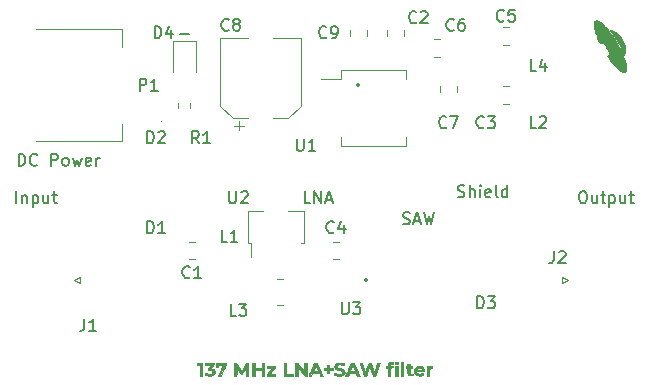
<source format=gto>
%TF.GenerationSoftware,KiCad,Pcbnew,(5.1.7)-1*%
%TF.CreationDate,2021-09-09T12:13:45+02:00*%
%TF.ProjectId,SAW LNA Combo NOAA,53415720-4c4e-4412-9043-6f6d626f204e,rev?*%
%TF.SameCoordinates,Original*%
%TF.FileFunction,Legend,Top*%
%TF.FilePolarity,Positive*%
%FSLAX46Y46*%
G04 Gerber Fmt 4.6, Leading zero omitted, Abs format (unit mm)*
G04 Created by KiCad (PCBNEW (5.1.7)-1) date 2021-09-09 12:13:45*
%MOMM*%
%LPD*%
G01*
G04 APERTURE LIST*
%ADD10C,0.150000*%
%ADD11C,0.300000*%
%ADD12C,0.010000*%
%ADD13C,0.120000*%
%ADD14C,0.100000*%
G04 APERTURE END LIST*
D10*
X142613142Y-95702380D02*
X142136952Y-95702380D01*
X142136952Y-94702380D01*
X142946476Y-95702380D02*
X142946476Y-94702380D01*
X143517904Y-95702380D01*
X143517904Y-94702380D01*
X143946476Y-95416666D02*
X144422666Y-95416666D01*
X143851238Y-95702380D02*
X144184571Y-94702380D01*
X144517904Y-95702380D01*
X150479285Y-97432761D02*
X150622142Y-97480380D01*
X150860238Y-97480380D01*
X150955476Y-97432761D01*
X151003095Y-97385142D01*
X151050714Y-97289904D01*
X151050714Y-97194666D01*
X151003095Y-97099428D01*
X150955476Y-97051809D01*
X150860238Y-97004190D01*
X150669761Y-96956571D01*
X150574523Y-96908952D01*
X150526904Y-96861333D01*
X150479285Y-96766095D01*
X150479285Y-96670857D01*
X150526904Y-96575619D01*
X150574523Y-96528000D01*
X150669761Y-96480380D01*
X150907857Y-96480380D01*
X151050714Y-96528000D01*
X151431666Y-97194666D02*
X151907857Y-97194666D01*
X151336428Y-97480380D02*
X151669761Y-96480380D01*
X152003095Y-97480380D01*
X152241190Y-96480380D02*
X152479285Y-97480380D01*
X152669761Y-96766095D01*
X152860238Y-97480380D01*
X153098333Y-96480380D01*
X117927857Y-92527380D02*
X117927857Y-91527380D01*
X118165952Y-91527380D01*
X118308809Y-91575000D01*
X118404047Y-91670238D01*
X118451666Y-91765476D01*
X118499285Y-91955952D01*
X118499285Y-92098809D01*
X118451666Y-92289285D01*
X118404047Y-92384523D01*
X118308809Y-92479761D01*
X118165952Y-92527380D01*
X117927857Y-92527380D01*
X119499285Y-92432142D02*
X119451666Y-92479761D01*
X119308809Y-92527380D01*
X119213571Y-92527380D01*
X119070714Y-92479761D01*
X118975476Y-92384523D01*
X118927857Y-92289285D01*
X118880238Y-92098809D01*
X118880238Y-91955952D01*
X118927857Y-91765476D01*
X118975476Y-91670238D01*
X119070714Y-91575000D01*
X119213571Y-91527380D01*
X119308809Y-91527380D01*
X119451666Y-91575000D01*
X119499285Y-91622619D01*
X120689761Y-92527380D02*
X120689761Y-91527380D01*
X121070714Y-91527380D01*
X121165952Y-91575000D01*
X121213571Y-91622619D01*
X121261190Y-91717857D01*
X121261190Y-91860714D01*
X121213571Y-91955952D01*
X121165952Y-92003571D01*
X121070714Y-92051190D01*
X120689761Y-92051190D01*
X121832619Y-92527380D02*
X121737380Y-92479761D01*
X121689761Y-92432142D01*
X121642142Y-92336904D01*
X121642142Y-92051190D01*
X121689761Y-91955952D01*
X121737380Y-91908333D01*
X121832619Y-91860714D01*
X121975476Y-91860714D01*
X122070714Y-91908333D01*
X122118333Y-91955952D01*
X122165952Y-92051190D01*
X122165952Y-92336904D01*
X122118333Y-92432142D01*
X122070714Y-92479761D01*
X121975476Y-92527380D01*
X121832619Y-92527380D01*
X122499285Y-91860714D02*
X122689761Y-92527380D01*
X122880238Y-92051190D01*
X123070714Y-92527380D01*
X123261190Y-91860714D01*
X124023095Y-92479761D02*
X123927857Y-92527380D01*
X123737380Y-92527380D01*
X123642142Y-92479761D01*
X123594523Y-92384523D01*
X123594523Y-92003571D01*
X123642142Y-91908333D01*
X123737380Y-91860714D01*
X123927857Y-91860714D01*
X124023095Y-91908333D01*
X124070714Y-92003571D01*
X124070714Y-92098809D01*
X123594523Y-92194047D01*
X124499285Y-92527380D02*
X124499285Y-91860714D01*
X124499285Y-92051190D02*
X124546904Y-91955952D01*
X124594523Y-91908333D01*
X124689761Y-91860714D01*
X124785000Y-91860714D01*
X165616190Y-94702380D02*
X165806666Y-94702380D01*
X165901904Y-94750000D01*
X165997142Y-94845238D01*
X166044761Y-95035714D01*
X166044761Y-95369047D01*
X165997142Y-95559523D01*
X165901904Y-95654761D01*
X165806666Y-95702380D01*
X165616190Y-95702380D01*
X165520952Y-95654761D01*
X165425714Y-95559523D01*
X165378095Y-95369047D01*
X165378095Y-95035714D01*
X165425714Y-94845238D01*
X165520952Y-94750000D01*
X165616190Y-94702380D01*
X166901904Y-95035714D02*
X166901904Y-95702380D01*
X166473333Y-95035714D02*
X166473333Y-95559523D01*
X166520952Y-95654761D01*
X166616190Y-95702380D01*
X166759047Y-95702380D01*
X166854285Y-95654761D01*
X166901904Y-95607142D01*
X167235238Y-95035714D02*
X167616190Y-95035714D01*
X167378095Y-94702380D02*
X167378095Y-95559523D01*
X167425714Y-95654761D01*
X167520952Y-95702380D01*
X167616190Y-95702380D01*
X167949523Y-95035714D02*
X167949523Y-96035714D01*
X167949523Y-95083333D02*
X168044761Y-95035714D01*
X168235238Y-95035714D01*
X168330476Y-95083333D01*
X168378095Y-95130952D01*
X168425714Y-95226190D01*
X168425714Y-95511904D01*
X168378095Y-95607142D01*
X168330476Y-95654761D01*
X168235238Y-95702380D01*
X168044761Y-95702380D01*
X167949523Y-95654761D01*
X169282857Y-95035714D02*
X169282857Y-95702380D01*
X168854285Y-95035714D02*
X168854285Y-95559523D01*
X168901904Y-95654761D01*
X168997142Y-95702380D01*
X169140000Y-95702380D01*
X169235238Y-95654761D01*
X169282857Y-95607142D01*
X169616190Y-95035714D02*
X169997142Y-95035714D01*
X169759047Y-94702380D02*
X169759047Y-95559523D01*
X169806666Y-95654761D01*
X169901904Y-95702380D01*
X169997142Y-95702380D01*
X117737142Y-95702380D02*
X117737142Y-94702380D01*
X118213333Y-95035714D02*
X118213333Y-95702380D01*
X118213333Y-95130952D02*
X118260952Y-95083333D01*
X118356190Y-95035714D01*
X118499047Y-95035714D01*
X118594285Y-95083333D01*
X118641904Y-95178571D01*
X118641904Y-95702380D01*
X119118095Y-95035714D02*
X119118095Y-96035714D01*
X119118095Y-95083333D02*
X119213333Y-95035714D01*
X119403809Y-95035714D01*
X119499047Y-95083333D01*
X119546666Y-95130952D01*
X119594285Y-95226190D01*
X119594285Y-95511904D01*
X119546666Y-95607142D01*
X119499047Y-95654761D01*
X119403809Y-95702380D01*
X119213333Y-95702380D01*
X119118095Y-95654761D01*
X120451428Y-95035714D02*
X120451428Y-95702380D01*
X120022857Y-95035714D02*
X120022857Y-95559523D01*
X120070476Y-95654761D01*
X120165714Y-95702380D01*
X120308571Y-95702380D01*
X120403809Y-95654761D01*
X120451428Y-95607142D01*
X120784761Y-95035714D02*
X121165714Y-95035714D01*
X120927619Y-94702380D02*
X120927619Y-95559523D01*
X120975238Y-95654761D01*
X121070476Y-95702380D01*
X121165714Y-95702380D01*
X131572047Y-81351428D02*
X132333952Y-81351428D01*
D11*
X146685000Y-85725000D02*
X146665000Y-85725000D01*
X147320000Y-102235000D02*
X147300000Y-102235000D01*
D12*
%TO.C,G\u002A\u002A\u002A*%
G36*
X149987676Y-109151863D02*
G01*
X150009970Y-109168595D01*
X150041950Y-109221025D01*
X150038574Y-109271964D01*
X150007680Y-109314131D01*
X149957107Y-109340243D01*
X149894694Y-109343017D01*
X149842558Y-109324138D01*
X149811675Y-109285487D01*
X149804913Y-109231079D01*
X149821811Y-109180122D01*
X149846575Y-109157245D01*
X149921346Y-109136496D01*
X149987676Y-109151863D01*
G37*
X149987676Y-109151863D02*
X150009970Y-109168595D01*
X150041950Y-109221025D01*
X150038574Y-109271964D01*
X150007680Y-109314131D01*
X149957107Y-109340243D01*
X149894694Y-109343017D01*
X149842558Y-109324138D01*
X149811675Y-109285487D01*
X149804913Y-109231079D01*
X149821811Y-109180122D01*
X149846575Y-109157245D01*
X149921346Y-109136496D01*
X149987676Y-109151863D01*
G36*
X144222944Y-109685667D02*
G01*
X144506378Y-109685667D01*
X144506378Y-109833834D01*
X144222944Y-109833834D01*
X144222944Y-110087834D01*
X144048524Y-110087834D01*
X144048524Y-109833834D01*
X143765090Y-109833834D01*
X143765090Y-109685667D01*
X144048524Y-109685667D01*
X144048524Y-109410500D01*
X144222944Y-109410500D01*
X144222944Y-109685667D01*
G37*
X144222944Y-109685667D02*
X144506378Y-109685667D01*
X144506378Y-109833834D01*
X144222944Y-109833834D01*
X144222944Y-110087834D01*
X144048524Y-110087834D01*
X144048524Y-109833834D01*
X143765090Y-109833834D01*
X143765090Y-109685667D01*
X144048524Y-109685667D01*
X144048524Y-109410500D01*
X144222944Y-109410500D01*
X144222944Y-109685667D01*
G36*
X152965777Y-109543696D02*
G01*
X152961143Y-109595456D01*
X152939076Y-109620837D01*
X152895238Y-109633844D01*
X152817172Y-109656355D01*
X152760307Y-109689772D01*
X152721517Y-109740309D01*
X152697677Y-109814179D01*
X152685661Y-109917598D01*
X152682343Y-110056778D01*
X152682343Y-110299500D01*
X152486120Y-110299500D01*
X152486120Y-109474000D01*
X152584232Y-109474000D01*
X152645481Y-109476734D01*
X152674453Y-109488179D01*
X152682292Y-109513201D01*
X152682343Y-109516821D01*
X152685935Y-109545484D01*
X152704704Y-109544314D01*
X152731399Y-109528475D01*
X152784676Y-109505084D01*
X152855412Y-109486086D01*
X152873116Y-109482948D01*
X152965777Y-109468590D01*
X152965777Y-109543696D01*
G37*
X152965777Y-109543696D02*
X152961143Y-109595456D01*
X152939076Y-109620837D01*
X152895238Y-109633844D01*
X152817172Y-109656355D01*
X152760307Y-109689772D01*
X152721517Y-109740309D01*
X152697677Y-109814179D01*
X152685661Y-109917598D01*
X152682343Y-110056778D01*
X152682343Y-110299500D01*
X152486120Y-110299500D01*
X152486120Y-109474000D01*
X152584232Y-109474000D01*
X152645481Y-109476734D01*
X152674453Y-109488179D01*
X152682292Y-109513201D01*
X152682343Y-109516821D01*
X152685935Y-109545484D01*
X152704704Y-109544314D01*
X152731399Y-109528475D01*
X152784676Y-109505084D01*
X152855412Y-109486086D01*
X152873116Y-109482948D01*
X152965777Y-109468590D01*
X152965777Y-109543696D01*
G36*
X151878866Y-109479920D02*
G01*
X152017300Y-109509201D01*
X152126377Y-109569423D01*
X152204900Y-109659481D01*
X152251674Y-109778274D01*
X152261079Y-109832374D01*
X152274168Y-109939667D01*
X151933191Y-109939667D01*
X151816828Y-109940772D01*
X151717534Y-109943822D01*
X151642689Y-109948421D01*
X151599675Y-109954172D01*
X151592214Y-109957979D01*
X151608096Y-109994480D01*
X151647716Y-110042475D01*
X151699036Y-110089252D01*
X151745675Y-110120006D01*
X151842780Y-110148628D01*
X151945131Y-110137636D01*
X152017365Y-110109000D01*
X152089539Y-110077278D01*
X152135807Y-110070208D01*
X152166250Y-110088543D01*
X152185772Y-110121547D01*
X152199617Y-110164200D01*
X152184720Y-110194084D01*
X152159311Y-110214665D01*
X152049484Y-110269887D01*
X151917683Y-110294717D01*
X151773322Y-110288149D01*
X151676231Y-110266274D01*
X151567759Y-110213205D01*
X151482925Y-110130585D01*
X151425599Y-110026594D01*
X151399647Y-109909412D01*
X151408774Y-109789384D01*
X151592214Y-109789384D01*
X151613909Y-109801283D01*
X151678992Y-109808970D01*
X151787464Y-109812445D01*
X151832043Y-109812667D01*
X151944647Y-109811280D01*
X152018733Y-109806752D01*
X152059310Y-109798529D01*
X152071386Y-109786209D01*
X152054261Y-109743485D01*
X152012947Y-109694009D01*
X151960651Y-109652799D01*
X151947940Y-109645811D01*
X151852462Y-109620154D01*
X151757845Y-109634978D01*
X151671808Y-109688958D01*
X151666343Y-109694134D01*
X151622673Y-109741029D01*
X151596039Y-109778305D01*
X151592214Y-109789384D01*
X151408774Y-109789384D01*
X151408939Y-109787220D01*
X151424903Y-109734724D01*
X151487418Y-109627862D01*
X151580420Y-109546943D01*
X151697285Y-109495687D01*
X151831390Y-109477810D01*
X151878866Y-109479920D01*
G37*
X151878866Y-109479920D02*
X152017300Y-109509201D01*
X152126377Y-109569423D01*
X152204900Y-109659481D01*
X152251674Y-109778274D01*
X152261079Y-109832374D01*
X152274168Y-109939667D01*
X151933191Y-109939667D01*
X151816828Y-109940772D01*
X151717534Y-109943822D01*
X151642689Y-109948421D01*
X151599675Y-109954172D01*
X151592214Y-109957979D01*
X151608096Y-109994480D01*
X151647716Y-110042475D01*
X151699036Y-110089252D01*
X151745675Y-110120006D01*
X151842780Y-110148628D01*
X151945131Y-110137636D01*
X152017365Y-110109000D01*
X152089539Y-110077278D01*
X152135807Y-110070208D01*
X152166250Y-110088543D01*
X152185772Y-110121547D01*
X152199617Y-110164200D01*
X152184720Y-110194084D01*
X152159311Y-110214665D01*
X152049484Y-110269887D01*
X151917683Y-110294717D01*
X151773322Y-110288149D01*
X151676231Y-110266274D01*
X151567759Y-110213205D01*
X151482925Y-110130585D01*
X151425599Y-110026594D01*
X151399647Y-109909412D01*
X151408774Y-109789384D01*
X151592214Y-109789384D01*
X151613909Y-109801283D01*
X151678992Y-109808970D01*
X151787464Y-109812445D01*
X151832043Y-109812667D01*
X151944647Y-109811280D01*
X152018733Y-109806752D01*
X152059310Y-109798529D01*
X152071386Y-109786209D01*
X152054261Y-109743485D01*
X152012947Y-109694009D01*
X151960651Y-109652799D01*
X151947940Y-109645811D01*
X151852462Y-109620154D01*
X151757845Y-109634978D01*
X151671808Y-109688958D01*
X151666343Y-109694134D01*
X151622673Y-109741029D01*
X151596039Y-109778305D01*
X151592214Y-109789384D01*
X151408774Y-109789384D01*
X151408939Y-109787220D01*
X151424903Y-109734724D01*
X151487418Y-109627862D01*
X151580420Y-109546943D01*
X151697285Y-109495687D01*
X151831390Y-109477810D01*
X151878866Y-109479920D01*
G36*
X151025348Y-109474000D02*
G01*
X151265176Y-109474000D01*
X151265176Y-109622167D01*
X151025348Y-109622167D01*
X151025348Y-109853488D01*
X151027431Y-109974251D01*
X151035812Y-110058390D01*
X151053688Y-110111508D01*
X151084252Y-110139208D01*
X151130703Y-110147092D01*
X151189773Y-110141725D01*
X151248135Y-110135467D01*
X151277659Y-110143032D01*
X151292300Y-110170108D01*
X151296486Y-110185227D01*
X151300831Y-110233556D01*
X151291291Y-110261447D01*
X151250023Y-110279334D01*
X151181215Y-110289313D01*
X151100233Y-110291033D01*
X151022443Y-110284143D01*
X150964574Y-110268905D01*
X150911452Y-110236189D01*
X150873408Y-110187841D01*
X150848392Y-110117611D01*
X150834357Y-110019251D01*
X150829253Y-109886511D01*
X150829124Y-109855680D01*
X150829124Y-109622167D01*
X150763717Y-109622167D01*
X150719772Y-109618037D01*
X150701747Y-109597089D01*
X150698309Y-109548084D01*
X150701955Y-109498310D01*
X150720450Y-109477895D01*
X150763717Y-109474000D01*
X150805657Y-109470657D01*
X150824301Y-109452539D01*
X150829021Y-109407514D01*
X150829124Y-109389334D01*
X150829124Y-109304667D01*
X151025348Y-109304667D01*
X151025348Y-109474000D01*
G37*
X151025348Y-109474000D02*
X151265176Y-109474000D01*
X151265176Y-109622167D01*
X151025348Y-109622167D01*
X151025348Y-109853488D01*
X151027431Y-109974251D01*
X151035812Y-110058390D01*
X151053688Y-110111508D01*
X151084252Y-110139208D01*
X151130703Y-110147092D01*
X151189773Y-110141725D01*
X151248135Y-110135467D01*
X151277659Y-110143032D01*
X151292300Y-110170108D01*
X151296486Y-110185227D01*
X151300831Y-110233556D01*
X151291291Y-110261447D01*
X151250023Y-110279334D01*
X151181215Y-110289313D01*
X151100233Y-110291033D01*
X151022443Y-110284143D01*
X150964574Y-110268905D01*
X150911452Y-110236189D01*
X150873408Y-110187841D01*
X150848392Y-110117611D01*
X150834357Y-110019251D01*
X150829253Y-109886511D01*
X150829124Y-109855680D01*
X150829124Y-109622167D01*
X150763717Y-109622167D01*
X150719772Y-109618037D01*
X150701747Y-109597089D01*
X150698309Y-109548084D01*
X150701955Y-109498310D01*
X150720450Y-109477895D01*
X150763717Y-109474000D01*
X150805657Y-109470657D01*
X150824301Y-109452539D01*
X150829021Y-109407514D01*
X150829124Y-109389334D01*
X150829124Y-109304667D01*
X151025348Y-109304667D01*
X151025348Y-109474000D01*
G36*
X150502086Y-110299500D02*
G01*
X150305863Y-110299500D01*
X150305863Y-109156500D01*
X150502086Y-109156500D01*
X150502086Y-110299500D01*
G37*
X150502086Y-110299500D02*
X150305863Y-110299500D01*
X150305863Y-109156500D01*
X150502086Y-109156500D01*
X150502086Y-110299500D01*
G36*
X150022429Y-110299500D02*
G01*
X149826206Y-110299500D01*
X149826206Y-109474000D01*
X150022429Y-109474000D01*
X150022429Y-110299500D01*
G37*
X150022429Y-110299500D02*
X149826206Y-110299500D01*
X149826206Y-109474000D01*
X150022429Y-109474000D01*
X150022429Y-110299500D01*
G36*
X149505279Y-109161853D02*
G01*
X149589869Y-109175149D01*
X149635545Y-109197821D01*
X149646603Y-109233565D01*
X149634078Y-109272643D01*
X149613044Y-109306636D01*
X149583331Y-109318518D01*
X149528915Y-109314009D01*
X149521414Y-109312864D01*
X149439812Y-109311422D01*
X149389710Y-109338396D01*
X149369122Y-109395086D01*
X149368352Y-109413092D01*
X149370541Y-109447771D01*
X149384220Y-109465910D01*
X149420055Y-109472868D01*
X149488714Y-109474000D01*
X149610943Y-109474000D01*
X149604111Y-109542792D01*
X149597735Y-109582951D01*
X149581180Y-109604167D01*
X149542802Y-109613658D01*
X149482815Y-109617981D01*
X149368352Y-109624379D01*
X149368352Y-110299500D01*
X149172129Y-110299500D01*
X149172129Y-109622167D01*
X149106721Y-109622167D01*
X149062776Y-109618037D01*
X149044752Y-109597089D01*
X149041313Y-109548084D01*
X149044959Y-109498310D01*
X149063454Y-109477895D01*
X149106721Y-109474000D01*
X149153426Y-109468344D01*
X149170528Y-109444122D01*
X149172129Y-109420404D01*
X149190600Y-109317007D01*
X149243198Y-109237036D01*
X149325703Y-109183766D01*
X149433893Y-109160475D01*
X149505279Y-109161853D01*
G37*
X149505279Y-109161853D02*
X149589869Y-109175149D01*
X149635545Y-109197821D01*
X149646603Y-109233565D01*
X149634078Y-109272643D01*
X149613044Y-109306636D01*
X149583331Y-109318518D01*
X149528915Y-109314009D01*
X149521414Y-109312864D01*
X149439812Y-109311422D01*
X149389710Y-109338396D01*
X149369122Y-109395086D01*
X149368352Y-109413092D01*
X149370541Y-109447771D01*
X149384220Y-109465910D01*
X149420055Y-109472868D01*
X149488714Y-109474000D01*
X149610943Y-109474000D01*
X149604111Y-109542792D01*
X149597735Y-109582951D01*
X149581180Y-109604167D01*
X149542802Y-109613658D01*
X149482815Y-109617981D01*
X149368352Y-109624379D01*
X149368352Y-110299500D01*
X149172129Y-110299500D01*
X149172129Y-109622167D01*
X149106721Y-109622167D01*
X149062776Y-109618037D01*
X149044752Y-109597089D01*
X149041313Y-109548084D01*
X149044959Y-109498310D01*
X149063454Y-109477895D01*
X149106721Y-109474000D01*
X149153426Y-109468344D01*
X149170528Y-109444122D01*
X149172129Y-109420404D01*
X149190600Y-109317007D01*
X149243198Y-109237036D01*
X149325703Y-109183766D01*
X149433893Y-109160475D01*
X149505279Y-109161853D01*
G36*
X147123142Y-109612910D02*
G01*
X147165001Y-109732895D01*
X147202622Y-109837074D01*
X147233771Y-109919553D01*
X147256213Y-109974440D01*
X147267714Y-109995842D01*
X147268352Y-109995806D01*
X147278469Y-109973587D01*
X147300450Y-109917750D01*
X147331881Y-109834678D01*
X147370348Y-109730752D01*
X147413438Y-109612354D01*
X147414942Y-109608187D01*
X147551218Y-109230584D01*
X147740459Y-109230584D01*
X147873368Y-109604812D01*
X147915868Y-109723313D01*
X147954077Y-109827659D01*
X147985561Y-109911376D01*
X148007884Y-109967987D01*
X148018610Y-109991015D01*
X148018623Y-109991028D01*
X148029048Y-109975751D01*
X148050868Y-109926132D01*
X148081781Y-109848021D01*
X148119484Y-109747267D01*
X148161674Y-109629717D01*
X148168068Y-109611507D01*
X148305168Y-109220000D01*
X148400708Y-109220000D01*
X148458350Y-109221180D01*
X148492361Y-109224157D01*
X148496249Y-109225788D01*
X148489609Y-109247006D01*
X148471196Y-109301786D01*
X148443273Y-109383609D01*
X148408099Y-109485956D01*
X148367938Y-109602308D01*
X148325050Y-109726146D01*
X148281696Y-109850951D01*
X148240138Y-109970205D01*
X148202638Y-110077388D01*
X148171457Y-110165981D01*
X148148856Y-110229465D01*
X148137097Y-110261322D01*
X148136629Y-110262459D01*
X148113092Y-110287088D01*
X148063101Y-110298074D01*
X148019710Y-110299498D01*
X147918481Y-110299496D01*
X147790291Y-109928636D01*
X147748870Y-109810694D01*
X147711276Y-109707186D01*
X147679966Y-109624600D01*
X147657397Y-109569423D01*
X147646156Y-109548208D01*
X147633801Y-109563483D01*
X147611048Y-109612022D01*
X147580864Y-109686793D01*
X147546212Y-109780761D01*
X147536671Y-109807946D01*
X147497596Y-109919717D01*
X147459323Y-110027930D01*
X147426113Y-110120612D01*
X147402229Y-110185788D01*
X147401256Y-110188375D01*
X147359382Y-110299500D01*
X147155390Y-110299142D01*
X146974325Y-109775446D01*
X146925744Y-109634223D01*
X146882179Y-109506214D01*
X146845453Y-109396885D01*
X146817387Y-109311704D01*
X146799805Y-109256136D01*
X146794454Y-109235875D01*
X146814698Y-109226320D01*
X146864411Y-109220663D01*
X146891948Y-109220000D01*
X146988248Y-109220000D01*
X147123142Y-109612910D01*
G37*
X147123142Y-109612910D02*
X147165001Y-109732895D01*
X147202622Y-109837074D01*
X147233771Y-109919553D01*
X147256213Y-109974440D01*
X147267714Y-109995842D01*
X147268352Y-109995806D01*
X147278469Y-109973587D01*
X147300450Y-109917750D01*
X147331881Y-109834678D01*
X147370348Y-109730752D01*
X147413438Y-109612354D01*
X147414942Y-109608187D01*
X147551218Y-109230584D01*
X147740459Y-109230584D01*
X147873368Y-109604812D01*
X147915868Y-109723313D01*
X147954077Y-109827659D01*
X147985561Y-109911376D01*
X148007884Y-109967987D01*
X148018610Y-109991015D01*
X148018623Y-109991028D01*
X148029048Y-109975751D01*
X148050868Y-109926132D01*
X148081781Y-109848021D01*
X148119484Y-109747267D01*
X148161674Y-109629717D01*
X148168068Y-109611507D01*
X148305168Y-109220000D01*
X148400708Y-109220000D01*
X148458350Y-109221180D01*
X148492361Y-109224157D01*
X148496249Y-109225788D01*
X148489609Y-109247006D01*
X148471196Y-109301786D01*
X148443273Y-109383609D01*
X148408099Y-109485956D01*
X148367938Y-109602308D01*
X148325050Y-109726146D01*
X148281696Y-109850951D01*
X148240138Y-109970205D01*
X148202638Y-110077388D01*
X148171457Y-110165981D01*
X148148856Y-110229465D01*
X148137097Y-110261322D01*
X148136629Y-110262459D01*
X148113092Y-110287088D01*
X148063101Y-110298074D01*
X148019710Y-110299498D01*
X147918481Y-110299496D01*
X147790291Y-109928636D01*
X147748870Y-109810694D01*
X147711276Y-109707186D01*
X147679966Y-109624600D01*
X147657397Y-109569423D01*
X147646156Y-109548208D01*
X147633801Y-109563483D01*
X147611048Y-109612022D01*
X147580864Y-109686793D01*
X147546212Y-109780761D01*
X147536671Y-109807946D01*
X147497596Y-109919717D01*
X147459323Y-110027930D01*
X147426113Y-110120612D01*
X147402229Y-110185788D01*
X147401256Y-110188375D01*
X147359382Y-110299500D01*
X147155390Y-110299142D01*
X146974325Y-109775446D01*
X146925744Y-109634223D01*
X146882179Y-109506214D01*
X146845453Y-109396885D01*
X146817387Y-109311704D01*
X146799805Y-109256136D01*
X146794454Y-109235875D01*
X146814698Y-109226320D01*
X146864411Y-109220663D01*
X146891948Y-109220000D01*
X146988248Y-109220000D01*
X147123142Y-109612910D01*
G36*
X146511882Y-109689924D02*
G01*
X146575816Y-109824851D01*
X146635163Y-109950493D01*
X146686988Y-110060600D01*
X146728353Y-110148925D01*
X146756321Y-110209217D01*
X146766054Y-110230709D01*
X146796233Y-110299500D01*
X146583577Y-110299500D01*
X146524871Y-110172500D01*
X146466164Y-110045500D01*
X146189404Y-110045591D01*
X145912644Y-110045683D01*
X145858137Y-110172500D01*
X145803631Y-110299318D01*
X145700069Y-110299409D01*
X145639670Y-110298024D01*
X145602350Y-110294397D01*
X145596506Y-110291886D01*
X145605167Y-110271395D01*
X145629601Y-110217411D01*
X145667491Y-110134961D01*
X145716516Y-110029069D01*
X145774358Y-109904761D01*
X145790190Y-109870875D01*
X145995766Y-109870875D01*
X146000991Y-109883733D01*
X146033731Y-109891932D01*
X146099495Y-109896214D01*
X146192225Y-109897334D01*
X146400162Y-109897334D01*
X146299426Y-109674873D01*
X146258658Y-109588847D01*
X146223075Y-109521158D01*
X146196619Y-109478823D01*
X146183510Y-109468498D01*
X146168996Y-109493730D01*
X146141201Y-109550081D01*
X146103802Y-109629670D01*
X146060477Y-109724616D01*
X146014904Y-109827038D01*
X145995766Y-109870875D01*
X145790190Y-109870875D01*
X145838696Y-109767060D01*
X145843205Y-109757428D01*
X146089904Y-109230584D01*
X146188897Y-109224257D01*
X146287889Y-109217930D01*
X146511882Y-109689924D01*
G37*
X146511882Y-109689924D02*
X146575816Y-109824851D01*
X146635163Y-109950493D01*
X146686988Y-110060600D01*
X146728353Y-110148925D01*
X146756321Y-110209217D01*
X146766054Y-110230709D01*
X146796233Y-110299500D01*
X146583577Y-110299500D01*
X146524871Y-110172500D01*
X146466164Y-110045500D01*
X146189404Y-110045591D01*
X145912644Y-110045683D01*
X145858137Y-110172500D01*
X145803631Y-110299318D01*
X145700069Y-110299409D01*
X145639670Y-110298024D01*
X145602350Y-110294397D01*
X145596506Y-110291886D01*
X145605167Y-110271395D01*
X145629601Y-110217411D01*
X145667491Y-110134961D01*
X145716516Y-110029069D01*
X145774358Y-109904761D01*
X145790190Y-109870875D01*
X145995766Y-109870875D01*
X146000991Y-109883733D01*
X146033731Y-109891932D01*
X146099495Y-109896214D01*
X146192225Y-109897334D01*
X146400162Y-109897334D01*
X146299426Y-109674873D01*
X146258658Y-109588847D01*
X146223075Y-109521158D01*
X146196619Y-109478823D01*
X146183510Y-109468498D01*
X146168996Y-109493730D01*
X146141201Y-109550081D01*
X146103802Y-109629670D01*
X146060477Y-109724616D01*
X146014904Y-109827038D01*
X145995766Y-109870875D01*
X145790190Y-109870875D01*
X145838696Y-109767060D01*
X145843205Y-109757428D01*
X146089904Y-109230584D01*
X146188897Y-109224257D01*
X146287889Y-109217930D01*
X146511882Y-109689924D01*
G36*
X143168434Y-109234872D02*
G01*
X143191634Y-109265921D01*
X143197327Y-109277206D01*
X143217419Y-109319171D01*
X143250904Y-109389871D01*
X143293146Y-109479495D01*
X143339513Y-109578230D01*
X143340264Y-109579834D01*
X143392317Y-109690634D01*
X143445839Y-109804137D01*
X143493969Y-109905812D01*
X143525196Y-109971417D01*
X143566312Y-110058231D01*
X143606135Y-110143669D01*
X143636075Y-110209300D01*
X143636183Y-110209542D01*
X143676330Y-110299500D01*
X143465809Y-110299500D01*
X143407102Y-110172500D01*
X143348396Y-110045500D01*
X143071636Y-110046200D01*
X142794875Y-110046900D01*
X142677381Y-110299500D01*
X142578059Y-110299500D01*
X142519105Y-110297918D01*
X142483511Y-110293911D01*
X142478738Y-110291451D01*
X142487437Y-110270859D01*
X142511980Y-110216811D01*
X142550037Y-110134334D01*
X142599279Y-110028452D01*
X142657375Y-109904192D01*
X142673020Y-109870875D01*
X142877998Y-109870875D01*
X142883223Y-109883733D01*
X142915962Y-109891932D01*
X142981727Y-109896214D01*
X143074456Y-109897334D01*
X143282393Y-109897334D01*
X143181658Y-109674873D01*
X143140890Y-109588847D01*
X143105307Y-109521158D01*
X143078851Y-109478823D01*
X143065742Y-109468498D01*
X143051228Y-109493730D01*
X143023432Y-109550081D01*
X142986034Y-109629670D01*
X142942709Y-109724616D01*
X142897136Y-109827038D01*
X142877998Y-109870875D01*
X142673020Y-109870875D01*
X142721996Y-109766578D01*
X142726508Y-109756993D01*
X142974277Y-109230584D01*
X143071379Y-109224289D01*
X143133601Y-109223201D01*
X143168434Y-109234872D01*
G37*
X143168434Y-109234872D02*
X143191634Y-109265921D01*
X143197327Y-109277206D01*
X143217419Y-109319171D01*
X143250904Y-109389871D01*
X143293146Y-109479495D01*
X143339513Y-109578230D01*
X143340264Y-109579834D01*
X143392317Y-109690634D01*
X143445839Y-109804137D01*
X143493969Y-109905812D01*
X143525196Y-109971417D01*
X143566312Y-110058231D01*
X143606135Y-110143669D01*
X143636075Y-110209300D01*
X143636183Y-110209542D01*
X143676330Y-110299500D01*
X143465809Y-110299500D01*
X143407102Y-110172500D01*
X143348396Y-110045500D01*
X143071636Y-110046200D01*
X142794875Y-110046900D01*
X142677381Y-110299500D01*
X142578059Y-110299500D01*
X142519105Y-110297918D01*
X142483511Y-110293911D01*
X142478738Y-110291451D01*
X142487437Y-110270859D01*
X142511980Y-110216811D01*
X142550037Y-110134334D01*
X142599279Y-110028452D01*
X142657375Y-109904192D01*
X142673020Y-109870875D01*
X142877998Y-109870875D01*
X142883223Y-109883733D01*
X142915962Y-109891932D01*
X142981727Y-109896214D01*
X143074456Y-109897334D01*
X143282393Y-109897334D01*
X143181658Y-109674873D01*
X143140890Y-109588847D01*
X143105307Y-109521158D01*
X143078851Y-109478823D01*
X143065742Y-109468498D01*
X143051228Y-109493730D01*
X143023432Y-109550081D01*
X142986034Y-109629670D01*
X142942709Y-109724616D01*
X142897136Y-109827038D01*
X142877998Y-109870875D01*
X142673020Y-109870875D01*
X142721996Y-109766578D01*
X142726508Y-109756993D01*
X142974277Y-109230584D01*
X143071379Y-109224289D01*
X143133601Y-109223201D01*
X143168434Y-109234872D01*
G36*
X141456496Y-109221025D02*
G01*
X141481828Y-109226800D01*
X141508788Y-109241376D01*
X141541680Y-109268802D01*
X141584807Y-109313129D01*
X141642473Y-109378407D01*
X141718980Y-109468687D01*
X141815486Y-109584241D01*
X142118996Y-109948481D01*
X142124961Y-109584241D01*
X142130927Y-109220000D01*
X142326120Y-109220000D01*
X142326120Y-110299500D01*
X142243429Y-110299500D01*
X142215628Y-110298413D01*
X142190323Y-110292456D01*
X142163216Y-110277583D01*
X142130004Y-110249749D01*
X142086389Y-110204909D01*
X142028070Y-110139019D01*
X141950746Y-110048032D01*
X141856433Y-109935459D01*
X141552129Y-109571417D01*
X141546163Y-109935459D01*
X141540198Y-110299500D01*
X141345004Y-110299500D01*
X141345004Y-109220000D01*
X141428490Y-109220000D01*
X141456496Y-109221025D01*
G37*
X141456496Y-109221025D02*
X141481828Y-109226800D01*
X141508788Y-109241376D01*
X141541680Y-109268802D01*
X141584807Y-109313129D01*
X141642473Y-109378407D01*
X141718980Y-109468687D01*
X141815486Y-109584241D01*
X142118996Y-109948481D01*
X142124961Y-109584241D01*
X142130927Y-109220000D01*
X142326120Y-109220000D01*
X142326120Y-110299500D01*
X142243429Y-110299500D01*
X142215628Y-110298413D01*
X142190323Y-110292456D01*
X142163216Y-110277583D01*
X142130004Y-110249749D01*
X142086389Y-110204909D01*
X142028070Y-110139019D01*
X141950746Y-110048032D01*
X141856433Y-109935459D01*
X141552129Y-109571417D01*
X141546163Y-109935459D01*
X141540198Y-110299500D01*
X141345004Y-110299500D01*
X141345004Y-109220000D01*
X141428490Y-109220000D01*
X141456496Y-109221025D01*
G36*
X140560111Y-110151334D02*
G01*
X141148781Y-110151334D01*
X141148781Y-110299500D01*
X140363888Y-110299500D01*
X140363888Y-109220000D01*
X140560111Y-109220000D01*
X140560111Y-110151334D01*
G37*
X140560111Y-110151334D02*
X141148781Y-110151334D01*
X141148781Y-110299500D01*
X140363888Y-110299500D01*
X140363888Y-109220000D01*
X140560111Y-109220000D01*
X140560111Y-110151334D01*
G36*
X139644403Y-109538762D02*
G01*
X139636128Y-109580507D01*
X139608523Y-109633210D01*
X139557425Y-109703603D01*
X139497079Y-109776887D01*
X139424737Y-109862295D01*
X139352469Y-109948087D01*
X139291212Y-110021261D01*
X139266693Y-110050792D01*
X139183630Y-110151334D01*
X139666206Y-110151334D01*
X139666206Y-110299500D01*
X138924918Y-110299500D01*
X138924918Y-110244479D01*
X138936757Y-110206818D01*
X138973359Y-110146182D01*
X139036356Y-110060227D01*
X139127378Y-109946609D01*
X139156788Y-109911104D01*
X139388657Y-109632750D01*
X138946721Y-109620686D01*
X138946721Y-109474000D01*
X139644403Y-109474000D01*
X139644403Y-109538762D01*
G37*
X139644403Y-109538762D02*
X139636128Y-109580507D01*
X139608523Y-109633210D01*
X139557425Y-109703603D01*
X139497079Y-109776887D01*
X139424737Y-109862295D01*
X139352469Y-109948087D01*
X139291212Y-110021261D01*
X139266693Y-110050792D01*
X139183630Y-110151334D01*
X139666206Y-110151334D01*
X139666206Y-110299500D01*
X138924918Y-110299500D01*
X138924918Y-110244479D01*
X138936757Y-110206818D01*
X138973359Y-110146182D01*
X139036356Y-110060227D01*
X139127378Y-109946609D01*
X139156788Y-109911104D01*
X139388657Y-109632750D01*
X138946721Y-109620686D01*
X138946721Y-109474000D01*
X139644403Y-109474000D01*
X139644403Y-109538762D01*
G36*
X137922000Y-109664500D02*
G01*
X138510669Y-109664500D01*
X138510669Y-109220000D01*
X138706893Y-109220000D01*
X138706893Y-110299500D01*
X138510669Y-110299500D01*
X138510669Y-109812667D01*
X137922000Y-109812667D01*
X137922000Y-110299500D01*
X137725777Y-110299500D01*
X137725777Y-109220000D01*
X137922000Y-109220000D01*
X137922000Y-109664500D01*
G37*
X137922000Y-109664500D02*
X138510669Y-109664500D01*
X138510669Y-109220000D01*
X138706893Y-109220000D01*
X138706893Y-110299500D01*
X138510669Y-110299500D01*
X138510669Y-109812667D01*
X137922000Y-109812667D01*
X137922000Y-110299500D01*
X137725777Y-110299500D01*
X137725777Y-109220000D01*
X137922000Y-109220000D01*
X137922000Y-109664500D01*
G36*
X136561191Y-109571770D02*
G01*
X136635086Y-109693147D01*
X136690560Y-109781942D01*
X136730851Y-109842317D01*
X136759194Y-109878432D01*
X136778827Y-109894449D01*
X136792986Y-109894528D01*
X136804055Y-109883978D01*
X136824645Y-109852979D01*
X136862663Y-109792282D01*
X136913801Y-109708894D01*
X136973755Y-109609819D01*
X137020259Y-109532208D01*
X137206563Y-109220000D01*
X137376936Y-109220000D01*
X137376936Y-110299500D01*
X137181793Y-110299500D01*
X137169811Y-109611584D01*
X137000265Y-109892042D01*
X136924420Y-110016335D01*
X136865289Y-110104361D01*
X136817149Y-110156151D01*
X136774278Y-110171737D01*
X136730955Y-110151153D01*
X136681457Y-110094431D01*
X136620063Y-110001602D01*
X136554389Y-109894561D01*
X136384918Y-109616622D01*
X136378928Y-109958061D01*
X136372937Y-110299500D01*
X136177794Y-110299500D01*
X136177794Y-109220000D01*
X136348228Y-109220000D01*
X136561191Y-109571770D01*
G37*
X136561191Y-109571770D02*
X136635086Y-109693147D01*
X136690560Y-109781942D01*
X136730851Y-109842317D01*
X136759194Y-109878432D01*
X136778827Y-109894449D01*
X136792986Y-109894528D01*
X136804055Y-109883978D01*
X136824645Y-109852979D01*
X136862663Y-109792282D01*
X136913801Y-109708894D01*
X136973755Y-109609819D01*
X137020259Y-109532208D01*
X137206563Y-109220000D01*
X137376936Y-109220000D01*
X137376936Y-110299500D01*
X137181793Y-110299500D01*
X137169811Y-109611584D01*
X137000265Y-109892042D01*
X136924420Y-110016335D01*
X136865289Y-110104361D01*
X136817149Y-110156151D01*
X136774278Y-110171737D01*
X136730955Y-110151153D01*
X136681457Y-110094431D01*
X136620063Y-110001602D01*
X136554389Y-109894561D01*
X136384918Y-109616622D01*
X136378928Y-109958061D01*
X136372937Y-110299500D01*
X136177794Y-110299500D01*
X136177794Y-109220000D01*
X136348228Y-109220000D01*
X136561191Y-109571770D01*
G36*
X135480318Y-109278209D02*
G01*
X135471675Y-109313180D01*
X135447272Y-109380603D01*
X135409579Y-109474469D01*
X135361063Y-109588773D01*
X135304196Y-109717508D01*
X135258452Y-109817959D01*
X135036379Y-110299500D01*
X134931207Y-110299500D01*
X134870268Y-110298023D01*
X134832306Y-110294258D01*
X134826034Y-110291565D01*
X134834723Y-110270894D01*
X134859083Y-110217286D01*
X134896553Y-110136264D01*
X134944574Y-110033347D01*
X135000585Y-109914055D01*
X135033159Y-109844969D01*
X135092544Y-109718395D01*
X135145281Y-109604453D01*
X135188790Y-109508841D01*
X135220495Y-109437257D01*
X135237816Y-109395397D01*
X135240283Y-109387237D01*
X135220023Y-109379232D01*
X135165394Y-109372882D01*
X135085624Y-109368993D01*
X135022257Y-109368167D01*
X134804232Y-109368167D01*
X134804232Y-109558667D01*
X134608008Y-109558667D01*
X134608008Y-109220000D01*
X135480111Y-109220000D01*
X135480318Y-109278209D01*
G37*
X135480318Y-109278209D02*
X135471675Y-109313180D01*
X135447272Y-109380603D01*
X135409579Y-109474469D01*
X135361063Y-109588773D01*
X135304196Y-109717508D01*
X135258452Y-109817959D01*
X135036379Y-110299500D01*
X134931207Y-110299500D01*
X134870268Y-110298023D01*
X134832306Y-110294258D01*
X134826034Y-110291565D01*
X134834723Y-110270894D01*
X134859083Y-110217286D01*
X134896553Y-110136264D01*
X134944574Y-110033347D01*
X135000585Y-109914055D01*
X135033159Y-109844969D01*
X135092544Y-109718395D01*
X135145281Y-109604453D01*
X135188790Y-109508841D01*
X135220495Y-109437257D01*
X135237816Y-109395397D01*
X135240283Y-109387237D01*
X135220023Y-109379232D01*
X135165394Y-109372882D01*
X135085624Y-109368993D01*
X135022257Y-109368167D01*
X134804232Y-109368167D01*
X134804232Y-109558667D01*
X134608008Y-109558667D01*
X134608008Y-109220000D01*
X135480111Y-109220000D01*
X135480318Y-109278209D01*
G36*
X133474275Y-110299500D02*
G01*
X133278051Y-110299500D01*
X133278051Y-109368167D01*
X133038223Y-109368167D01*
X133038223Y-109220000D01*
X133474275Y-109220000D01*
X133474275Y-110299500D01*
G37*
X133474275Y-110299500D02*
X133278051Y-110299500D01*
X133278051Y-109368167D01*
X133038223Y-109368167D01*
X133038223Y-109220000D01*
X133474275Y-109220000D01*
X133474275Y-110299500D01*
G36*
X145277262Y-109220651D02*
G01*
X145383931Y-109248209D01*
X145442682Y-109271224D01*
X145480210Y-109287863D01*
X145487493Y-109292676D01*
X145479824Y-109323628D01*
X145461965Y-109368579D01*
X145441638Y-109410241D01*
X145426569Y-109431328D01*
X145425404Y-109431656D01*
X145398852Y-109424651D01*
X145344718Y-109406520D01*
X145291270Y-109387260D01*
X145168089Y-109355708D01*
X145054076Y-109353026D01*
X144958271Y-109378650D01*
X144909014Y-109411149D01*
X144861232Y-109471497D01*
X144855718Y-109527213D01*
X144892749Y-109578618D01*
X144972604Y-109626029D01*
X145095563Y-109669766D01*
X145147358Y-109683888D01*
X145294245Y-109728093D01*
X145401473Y-109776967D01*
X145472978Y-109834177D01*
X145512694Y-109903392D01*
X145524557Y-109988277D01*
X145521820Y-110032904D01*
X145493679Y-110136609D01*
X145431866Y-110216870D01*
X145348687Y-110271580D01*
X145285061Y-110291321D01*
X145192861Y-110305074D01*
X145086801Y-110311940D01*
X144981596Y-110311023D01*
X144891961Y-110301427D01*
X144884138Y-110299897D01*
X144803942Y-110277826D01*
X144728320Y-110247906D01*
X144671294Y-110216337D01*
X144649738Y-110196249D01*
X144647914Y-110165674D01*
X144659337Y-110118772D01*
X144677853Y-110073298D01*
X144697309Y-110047007D01*
X144701987Y-110045500D01*
X144728965Y-110055132D01*
X144780633Y-110079951D01*
X144825219Y-110103463D01*
X144899784Y-110138368D01*
X144972141Y-110156101D01*
X145063645Y-110161599D01*
X145076880Y-110161672D01*
X145160375Y-110159505D01*
X145214891Y-110150182D01*
X145254910Y-110129989D01*
X145279545Y-110109698D01*
X145323595Y-110047830D01*
X145325209Y-109985208D01*
X145284689Y-109927628D01*
X145269468Y-109915727D01*
X145224041Y-109892436D01*
X145149664Y-109863557D01*
X145059614Y-109834062D01*
X145023075Y-109823454D01*
X144899252Y-109785869D01*
X144810902Y-109750617D01*
X144750451Y-109713293D01*
X144710321Y-109669494D01*
X144688725Y-109629103D01*
X144662523Y-109519823D01*
X144677753Y-109417429D01*
X144732250Y-109328016D01*
X144819965Y-109259789D01*
X144908981Y-109227862D01*
X145024542Y-109210498D01*
X145152139Y-109207995D01*
X145277262Y-109220651D01*
G37*
X145277262Y-109220651D02*
X145383931Y-109248209D01*
X145442682Y-109271224D01*
X145480210Y-109287863D01*
X145487493Y-109292676D01*
X145479824Y-109323628D01*
X145461965Y-109368579D01*
X145441638Y-109410241D01*
X145426569Y-109431328D01*
X145425404Y-109431656D01*
X145398852Y-109424651D01*
X145344718Y-109406520D01*
X145291270Y-109387260D01*
X145168089Y-109355708D01*
X145054076Y-109353026D01*
X144958271Y-109378650D01*
X144909014Y-109411149D01*
X144861232Y-109471497D01*
X144855718Y-109527213D01*
X144892749Y-109578618D01*
X144972604Y-109626029D01*
X145095563Y-109669766D01*
X145147358Y-109683888D01*
X145294245Y-109728093D01*
X145401473Y-109776967D01*
X145472978Y-109834177D01*
X145512694Y-109903392D01*
X145524557Y-109988277D01*
X145521820Y-110032904D01*
X145493679Y-110136609D01*
X145431866Y-110216870D01*
X145348687Y-110271580D01*
X145285061Y-110291321D01*
X145192861Y-110305074D01*
X145086801Y-110311940D01*
X144981596Y-110311023D01*
X144891961Y-110301427D01*
X144884138Y-110299897D01*
X144803942Y-110277826D01*
X144728320Y-110247906D01*
X144671294Y-110216337D01*
X144649738Y-110196249D01*
X144647914Y-110165674D01*
X144659337Y-110118772D01*
X144677853Y-110073298D01*
X144697309Y-110047007D01*
X144701987Y-110045500D01*
X144728965Y-110055132D01*
X144780633Y-110079951D01*
X144825219Y-110103463D01*
X144899784Y-110138368D01*
X144972141Y-110156101D01*
X145063645Y-110161599D01*
X145076880Y-110161672D01*
X145160375Y-110159505D01*
X145214891Y-110150182D01*
X145254910Y-110129989D01*
X145279545Y-110109698D01*
X145323595Y-110047830D01*
X145325209Y-109985208D01*
X145284689Y-109927628D01*
X145269468Y-109915727D01*
X145224041Y-109892436D01*
X145149664Y-109863557D01*
X145059614Y-109834062D01*
X145023075Y-109823454D01*
X144899252Y-109785869D01*
X144810902Y-109750617D01*
X144750451Y-109713293D01*
X144710321Y-109669494D01*
X144688725Y-109629103D01*
X144662523Y-109519823D01*
X144677753Y-109417429D01*
X144732250Y-109328016D01*
X144819965Y-109259789D01*
X144908981Y-109227862D01*
X145024542Y-109210498D01*
X145152139Y-109207995D01*
X145277262Y-109220651D01*
G36*
X134477193Y-109280953D02*
G01*
X134464455Y-109330543D01*
X134424476Y-109398888D01*
X134354609Y-109490451D01*
X134348667Y-109497679D01*
X134220142Y-109653452D01*
X134332316Y-109706601D01*
X134431688Y-109769626D01*
X134491766Y-109848210D01*
X134515431Y-109947160D01*
X134514149Y-110010035D01*
X134486366Y-110124159D01*
X134425479Y-110211201D01*
X134331165Y-110271409D01*
X134203101Y-110305032D01*
X134120463Y-110312196D01*
X134036328Y-110313833D01*
X133964865Y-110312342D01*
X133921436Y-110308048D01*
X133921227Y-110307999D01*
X133865107Y-110290434D01*
X133799460Y-110263838D01*
X133736801Y-110234152D01*
X133689646Y-110207316D01*
X133670509Y-110189268D01*
X133670498Y-110188998D01*
X133679765Y-110157645D01*
X133701555Y-110112519D01*
X133726850Y-110070007D01*
X133746636Y-110046497D01*
X133749452Y-110045500D01*
X133773828Y-110056620D01*
X133817320Y-110083883D01*
X133824537Y-110088816D01*
X133883061Y-110118542D01*
X133961632Y-110145555D01*
X134003839Y-110155884D01*
X134078488Y-110168144D01*
X134132071Y-110166283D01*
X134185216Y-110148584D01*
X134206064Y-110139027D01*
X134282275Y-110084655D01*
X134319362Y-110013894D01*
X134316490Y-109932441D01*
X134280442Y-109875426D01*
X134210560Y-109834758D01*
X134114684Y-109814322D01*
X134074928Y-109812667D01*
X134014208Y-109811044D01*
X133985292Y-109800628D01*
X133976384Y-109773098D01*
X133975734Y-109742702D01*
X133983548Y-109696008D01*
X134010387Y-109642414D01*
X134061348Y-109572950D01*
X134095648Y-109531600D01*
X134149689Y-109466791D01*
X134191081Y-109414859D01*
X134213407Y-109383954D01*
X134215562Y-109379315D01*
X134195195Y-109374926D01*
X134139832Y-109371350D01*
X134058080Y-109368971D01*
X133964833Y-109368167D01*
X133714103Y-109368167D01*
X133714103Y-109220000D01*
X134477193Y-109220000D01*
X134477193Y-109280953D01*
G37*
X134477193Y-109280953D02*
X134464455Y-109330543D01*
X134424476Y-109398888D01*
X134354609Y-109490451D01*
X134348667Y-109497679D01*
X134220142Y-109653452D01*
X134332316Y-109706601D01*
X134431688Y-109769626D01*
X134491766Y-109848210D01*
X134515431Y-109947160D01*
X134514149Y-110010035D01*
X134486366Y-110124159D01*
X134425479Y-110211201D01*
X134331165Y-110271409D01*
X134203101Y-110305032D01*
X134120463Y-110312196D01*
X134036328Y-110313833D01*
X133964865Y-110312342D01*
X133921436Y-110308048D01*
X133921227Y-110307999D01*
X133865107Y-110290434D01*
X133799460Y-110263838D01*
X133736801Y-110234152D01*
X133689646Y-110207316D01*
X133670509Y-110189268D01*
X133670498Y-110188998D01*
X133679765Y-110157645D01*
X133701555Y-110112519D01*
X133726850Y-110070007D01*
X133746636Y-110046497D01*
X133749452Y-110045500D01*
X133773828Y-110056620D01*
X133817320Y-110083883D01*
X133824537Y-110088816D01*
X133883061Y-110118542D01*
X133961632Y-110145555D01*
X134003839Y-110155884D01*
X134078488Y-110168144D01*
X134132071Y-110166283D01*
X134185216Y-110148584D01*
X134206064Y-110139027D01*
X134282275Y-110084655D01*
X134319362Y-110013894D01*
X134316490Y-109932441D01*
X134280442Y-109875426D01*
X134210560Y-109834758D01*
X134114684Y-109814322D01*
X134074928Y-109812667D01*
X134014208Y-109811044D01*
X133985292Y-109800628D01*
X133976384Y-109773098D01*
X133975734Y-109742702D01*
X133983548Y-109696008D01*
X134010387Y-109642414D01*
X134061348Y-109572950D01*
X134095648Y-109531600D01*
X134149689Y-109466791D01*
X134191081Y-109414859D01*
X134213407Y-109383954D01*
X134215562Y-109379315D01*
X134195195Y-109374926D01*
X134139832Y-109371350D01*
X134058080Y-109368971D01*
X133964833Y-109368167D01*
X133714103Y-109368167D01*
X133714103Y-109220000D01*
X134477193Y-109220000D01*
X134477193Y-109280953D01*
G36*
X169078206Y-81928713D02*
G01*
X169110902Y-81995458D01*
X169135425Y-82053227D01*
X169136773Y-82056829D01*
X169190733Y-82221762D01*
X169228661Y-82383143D01*
X169250743Y-82543276D01*
X169257164Y-82704462D01*
X169248113Y-82869007D01*
X169223773Y-83039212D01*
X169218487Y-83067054D01*
X169208003Y-83116851D01*
X169199301Y-83149825D01*
X169192149Y-83166643D01*
X169186311Y-83167969D01*
X169184184Y-83164041D01*
X169180258Y-83152935D01*
X169172377Y-83130029D01*
X169162766Y-83101797D01*
X169146962Y-83057845D01*
X169125274Y-83001336D01*
X169099210Y-82935925D01*
X169070275Y-82865269D01*
X169039980Y-82793024D01*
X169009830Y-82722843D01*
X168981334Y-82658385D01*
X168966281Y-82625328D01*
X168912169Y-82510219D01*
X168859292Y-82402465D01*
X168805473Y-82297978D01*
X168748540Y-82192675D01*
X168686317Y-82082471D01*
X168616632Y-81963281D01*
X168590509Y-81919410D01*
X168503677Y-81776490D01*
X168421598Y-81646520D01*
X168341928Y-81526108D01*
X168262327Y-81411862D01*
X168180453Y-81300389D01*
X168093965Y-81188296D01*
X168034303Y-81113670D01*
X168005922Y-81078095D01*
X167982219Y-81047406D01*
X167965170Y-81024239D01*
X167956752Y-81011229D01*
X167956216Y-81009534D01*
X167964851Y-81008519D01*
X167986926Y-81013663D01*
X168019797Y-81023950D01*
X168060823Y-81038362D01*
X168107362Y-81055880D01*
X168156772Y-81075489D01*
X168206411Y-81096169D01*
X168253639Y-81116902D01*
X168295813Y-81136673D01*
X168325072Y-81151615D01*
X168447069Y-81222744D01*
X168558694Y-81299740D01*
X168663326Y-81385396D01*
X168764339Y-81482506D01*
X168865111Y-81593865D01*
X168878147Y-81609269D01*
X168914839Y-81657071D01*
X168955650Y-81717172D01*
X168998121Y-81785316D01*
X169039791Y-81857248D01*
X169078206Y-81928713D01*
G37*
X169078206Y-81928713D02*
X169110902Y-81995458D01*
X169135425Y-82053227D01*
X169136773Y-82056829D01*
X169190733Y-82221762D01*
X169228661Y-82383143D01*
X169250743Y-82543276D01*
X169257164Y-82704462D01*
X169248113Y-82869007D01*
X169223773Y-83039212D01*
X169218487Y-83067054D01*
X169208003Y-83116851D01*
X169199301Y-83149825D01*
X169192149Y-83166643D01*
X169186311Y-83167969D01*
X169184184Y-83164041D01*
X169180258Y-83152935D01*
X169172377Y-83130029D01*
X169162766Y-83101797D01*
X169146962Y-83057845D01*
X169125274Y-83001336D01*
X169099210Y-82935925D01*
X169070275Y-82865269D01*
X169039980Y-82793024D01*
X169009830Y-82722843D01*
X168981334Y-82658385D01*
X168966281Y-82625328D01*
X168912169Y-82510219D01*
X168859292Y-82402465D01*
X168805473Y-82297978D01*
X168748540Y-82192675D01*
X168686317Y-82082471D01*
X168616632Y-81963281D01*
X168590509Y-81919410D01*
X168503677Y-81776490D01*
X168421598Y-81646520D01*
X168341928Y-81526108D01*
X168262327Y-81411862D01*
X168180453Y-81300389D01*
X168093965Y-81188296D01*
X168034303Y-81113670D01*
X168005922Y-81078095D01*
X167982219Y-81047406D01*
X167965170Y-81024239D01*
X167956752Y-81011229D01*
X167956216Y-81009534D01*
X167964851Y-81008519D01*
X167986926Y-81013663D01*
X168019797Y-81023950D01*
X168060823Y-81038362D01*
X168107362Y-81055880D01*
X168156772Y-81075489D01*
X168206411Y-81096169D01*
X168253639Y-81116902D01*
X168295813Y-81136673D01*
X168325072Y-81151615D01*
X168447069Y-81222744D01*
X168558694Y-81299740D01*
X168663326Y-81385396D01*
X168764339Y-81482506D01*
X168865111Y-81593865D01*
X168878147Y-81609269D01*
X168914839Y-81657071D01*
X168955650Y-81717172D01*
X168998121Y-81785316D01*
X169039791Y-81857248D01*
X169078206Y-81928713D01*
G36*
X168606389Y-82202943D02*
G01*
X168707868Y-82388288D01*
X168805282Y-82576054D01*
X168897996Y-82765413D01*
X168898154Y-82765747D01*
X168984087Y-82952391D01*
X169061808Y-83132767D01*
X169131153Y-83306192D01*
X169191956Y-83471984D01*
X169244054Y-83629463D01*
X169287283Y-83777946D01*
X169321479Y-83916753D01*
X169346477Y-84045201D01*
X169362112Y-84162608D01*
X169368221Y-84268293D01*
X169364639Y-84361574D01*
X169351202Y-84441770D01*
X169327745Y-84508199D01*
X169321261Y-84520828D01*
X169288126Y-84563754D01*
X169244166Y-84594265D01*
X169192920Y-84610316D01*
X169162929Y-84612241D01*
X169095064Y-84602802D01*
X169020164Y-84577676D01*
X168938734Y-84537325D01*
X168851274Y-84482208D01*
X168758288Y-84412788D01*
X168660278Y-84329526D01*
X168557744Y-84232882D01*
X168451191Y-84123318D01*
X168341118Y-84001294D01*
X168228031Y-83867273D01*
X168112428Y-83721716D01*
X167994813Y-83565082D01*
X167939770Y-83488873D01*
X167905862Y-83441107D01*
X167873281Y-83394750D01*
X167844324Y-83353106D01*
X167821292Y-83319481D01*
X167806987Y-83297969D01*
X167775628Y-83249182D01*
X167807030Y-83197538D01*
X167823889Y-83170469D01*
X167835724Y-83155060D01*
X167846414Y-83148069D01*
X167859837Y-83146253D01*
X167868353Y-83146268D01*
X167897153Y-83140349D01*
X167915248Y-83121262D01*
X167923087Y-83088288D01*
X167922893Y-83059065D01*
X167914156Y-82993760D01*
X167896172Y-82922358D01*
X167868336Y-82843204D01*
X167830042Y-82754646D01*
X167780685Y-82655029D01*
X167761717Y-82619170D01*
X167699580Y-82509512D01*
X167636486Y-82410060D01*
X167573519Y-82322229D01*
X167511760Y-82247438D01*
X167452294Y-82187102D01*
X167398769Y-82144367D01*
X167358957Y-82120950D01*
X167328378Y-82111771D01*
X167305542Y-82116839D01*
X167288959Y-82136162D01*
X167284826Y-82145122D01*
X167273552Y-82172917D01*
X167218509Y-82175342D01*
X167188943Y-82175980D01*
X167166588Y-82175229D01*
X167157067Y-82173515D01*
X167151239Y-82164374D01*
X167139358Y-82141944D01*
X167122878Y-82109099D01*
X167103255Y-82068710D01*
X167091464Y-82043931D01*
X167006303Y-81857814D01*
X166929243Y-81677411D01*
X166860511Y-81503554D01*
X166800333Y-81337070D01*
X166748937Y-81178790D01*
X166706548Y-81029540D01*
X166673394Y-80890152D01*
X166649700Y-80761455D01*
X166635694Y-80644277D01*
X166631602Y-80539447D01*
X166637651Y-80447795D01*
X166644352Y-80408111D01*
X166659227Y-80350948D01*
X166678038Y-80307697D01*
X166703061Y-80274636D01*
X166736574Y-80248039D01*
X166745617Y-80242507D01*
X166786538Y-80224323D01*
X166830298Y-80217479D01*
X166880342Y-80221951D01*
X166940114Y-80237717D01*
X166950486Y-80241176D01*
X167030248Y-80275367D01*
X167116152Y-80325205D01*
X167207557Y-80389863D01*
X167303828Y-80468515D01*
X167404326Y-80560334D01*
X167508412Y-80664493D01*
X167615451Y-80780166D01*
X167724804Y-80906526D01*
X167835832Y-81042746D01*
X167947898Y-81188000D01*
X168060365Y-81341462D01*
X168172595Y-81502303D01*
X168283950Y-81669698D01*
X168393793Y-81842821D01*
X168501485Y-82020846D01*
X168606389Y-82202943D01*
G37*
X168606389Y-82202943D02*
X168707868Y-82388288D01*
X168805282Y-82576054D01*
X168897996Y-82765413D01*
X168898154Y-82765747D01*
X168984087Y-82952391D01*
X169061808Y-83132767D01*
X169131153Y-83306192D01*
X169191956Y-83471984D01*
X169244054Y-83629463D01*
X169287283Y-83777946D01*
X169321479Y-83916753D01*
X169346477Y-84045201D01*
X169362112Y-84162608D01*
X169368221Y-84268293D01*
X169364639Y-84361574D01*
X169351202Y-84441770D01*
X169327745Y-84508199D01*
X169321261Y-84520828D01*
X169288126Y-84563754D01*
X169244166Y-84594265D01*
X169192920Y-84610316D01*
X169162929Y-84612241D01*
X169095064Y-84602802D01*
X169020164Y-84577676D01*
X168938734Y-84537325D01*
X168851274Y-84482208D01*
X168758288Y-84412788D01*
X168660278Y-84329526D01*
X168557744Y-84232882D01*
X168451191Y-84123318D01*
X168341118Y-84001294D01*
X168228031Y-83867273D01*
X168112428Y-83721716D01*
X167994813Y-83565082D01*
X167939770Y-83488873D01*
X167905862Y-83441107D01*
X167873281Y-83394750D01*
X167844324Y-83353106D01*
X167821292Y-83319481D01*
X167806987Y-83297969D01*
X167775628Y-83249182D01*
X167807030Y-83197538D01*
X167823889Y-83170469D01*
X167835724Y-83155060D01*
X167846414Y-83148069D01*
X167859837Y-83146253D01*
X167868353Y-83146268D01*
X167897153Y-83140349D01*
X167915248Y-83121262D01*
X167923087Y-83088288D01*
X167922893Y-83059065D01*
X167914156Y-82993760D01*
X167896172Y-82922358D01*
X167868336Y-82843204D01*
X167830042Y-82754646D01*
X167780685Y-82655029D01*
X167761717Y-82619170D01*
X167699580Y-82509512D01*
X167636486Y-82410060D01*
X167573519Y-82322229D01*
X167511760Y-82247438D01*
X167452294Y-82187102D01*
X167398769Y-82144367D01*
X167358957Y-82120950D01*
X167328378Y-82111771D01*
X167305542Y-82116839D01*
X167288959Y-82136162D01*
X167284826Y-82145122D01*
X167273552Y-82172917D01*
X167218509Y-82175342D01*
X167188943Y-82175980D01*
X167166588Y-82175229D01*
X167157067Y-82173515D01*
X167151239Y-82164374D01*
X167139358Y-82141944D01*
X167122878Y-82109099D01*
X167103255Y-82068710D01*
X167091464Y-82043931D01*
X167006303Y-81857814D01*
X166929243Y-81677411D01*
X166860511Y-81503554D01*
X166800333Y-81337070D01*
X166748937Y-81178790D01*
X166706548Y-81029540D01*
X166673394Y-80890152D01*
X166649700Y-80761455D01*
X166635694Y-80644277D01*
X166631602Y-80539447D01*
X166637651Y-80447795D01*
X166644352Y-80408111D01*
X166659227Y-80350948D01*
X166678038Y-80307697D01*
X166703061Y-80274636D01*
X166736574Y-80248039D01*
X166745617Y-80242507D01*
X166786538Y-80224323D01*
X166830298Y-80217479D01*
X166880342Y-80221951D01*
X166940114Y-80237717D01*
X166950486Y-80241176D01*
X167030248Y-80275367D01*
X167116152Y-80325205D01*
X167207557Y-80389863D01*
X167303828Y-80468515D01*
X167404326Y-80560334D01*
X167508412Y-80664493D01*
X167615451Y-80780166D01*
X167724804Y-80906526D01*
X167835832Y-81042746D01*
X167947898Y-81188000D01*
X168060365Y-81341462D01*
X168172595Y-81502303D01*
X168283950Y-81669698D01*
X168393793Y-81842821D01*
X168501485Y-82020846D01*
X168606389Y-82202943D01*
D13*
%TO.C,C9*%
X145950000Y-81018748D02*
X145950000Y-81541252D01*
X147420000Y-81018748D02*
X147420000Y-81541252D01*
%TO.C,C8*%
X136188750Y-89133750D02*
X136976250Y-89133750D01*
X136582500Y-89527500D02*
X136582500Y-88740000D01*
X140775563Y-88500000D02*
X141840000Y-87435563D01*
X136084437Y-88500000D02*
X135020000Y-87435563D01*
X136084437Y-88500000D02*
X137370000Y-88500000D01*
X140775563Y-88500000D02*
X139490000Y-88500000D01*
X141840000Y-87435563D02*
X141840000Y-81680000D01*
X135020000Y-87435563D02*
X135020000Y-81680000D01*
X135020000Y-81680000D02*
X137370000Y-81680000D01*
X141840000Y-81680000D02*
X139490000Y-81680000D01*
%TO.C,U1*%
X145195000Y-85165000D02*
X143505000Y-85165000D01*
X145195000Y-84420000D02*
X145195000Y-85165000D01*
X147955000Y-84420000D02*
X145195000Y-84420000D01*
X150715000Y-84420000D02*
X150715000Y-85165000D01*
X147955000Y-84420000D02*
X150715000Y-84420000D01*
X145195000Y-90840000D02*
X145195000Y-90095000D01*
X147955000Y-90840000D02*
X145195000Y-90840000D01*
X150715000Y-90840000D02*
X150715000Y-90095000D01*
X147955000Y-90840000D02*
X150715000Y-90840000D01*
%TO.C,C7*%
X155040000Y-86301252D02*
X155040000Y-85778748D01*
X153570000Y-86301252D02*
X153570000Y-85778748D01*
%TO.C,C6*%
X153613752Y-81815000D02*
X153091248Y-81815000D01*
X153613752Y-83285000D02*
X153091248Y-83285000D01*
%TO.C,J1*%
X123090000Y-101985000D02*
X122590000Y-102235000D01*
X123090000Y-102485000D02*
X123090000Y-101985000D01*
X122590000Y-102235000D02*
X123090000Y-102485000D01*
%TO.C,R1*%
X132475500Y-87679298D02*
X132475500Y-87204782D01*
X131430500Y-87679298D02*
X131430500Y-87204782D01*
%TO.C,D4*%
X130993000Y-81947040D02*
X130993000Y-84632040D01*
X132913000Y-81947040D02*
X130993000Y-81947040D01*
X132913000Y-84632040D02*
X132913000Y-81947040D01*
%TO.C,J2*%
X163930000Y-102485000D02*
X164430000Y-102235000D01*
X163930000Y-101985000D02*
X163930000Y-102485000D01*
X164430000Y-102235000D02*
X163930000Y-101985000D01*
%TO.C,L3*%
X139768948Y-104335600D02*
X140291452Y-104335600D01*
X139768948Y-102115600D02*
X140291452Y-102115600D01*
%TO.C,U2*%
X142060000Y-99104000D02*
X141830000Y-99104000D01*
X137340000Y-99104000D02*
X137570000Y-99104000D01*
X137340000Y-99104000D02*
X137340000Y-96384000D01*
X137340000Y-96384000D02*
X138650000Y-96384000D01*
X137570000Y-100244000D02*
X137570000Y-99104000D01*
X142060000Y-96384000D02*
X142060000Y-99104000D01*
X140750000Y-96384000D02*
X142060000Y-96384000D01*
%TO.C,P1*%
X126655000Y-80975000D02*
X126655000Y-82475000D01*
X126655000Y-80975000D02*
X119395000Y-80975000D01*
X126655000Y-90475000D02*
X119395000Y-90475000D01*
X126655000Y-88975000D02*
X126655000Y-90475000D01*
D14*
%TO.C,D3*%
X157504600Y-102777500D02*
G75*
G03*
X157504600Y-102777500I-50000J0D01*
G01*
%TO.C,D2*%
X130044660Y-88804960D02*
G75*
G03*
X130044660Y-88804960I-50000J0D01*
G01*
%TO.C,D1*%
X129590000Y-99155000D02*
G75*
G03*
X129590000Y-99155000I-50000J0D01*
G01*
D13*
%TO.C,C5*%
X158912928Y-82284860D02*
X159435432Y-82284860D01*
X158912928Y-80814860D02*
X159435432Y-80814860D01*
%TO.C,C4*%
X145041252Y-98960000D02*
X144518748Y-98960000D01*
X145041252Y-100430000D02*
X144518748Y-100430000D01*
%TO.C,C3*%
X158912928Y-87284860D02*
X159435432Y-87284860D01*
X158912928Y-85814860D02*
X159435432Y-85814860D01*
%TO.C,C2*%
X149125000Y-81018748D02*
X149125000Y-81541252D01*
X150595000Y-81018748D02*
X150595000Y-81541252D01*
%TO.C,C1*%
X132849252Y-98960000D02*
X132326748Y-98960000D01*
X132849252Y-100430000D02*
X132326748Y-100430000D01*
%TD*%
%TO.C,C9*%
D10*
X143978333Y-81637142D02*
X143930714Y-81684761D01*
X143787857Y-81732380D01*
X143692619Y-81732380D01*
X143549761Y-81684761D01*
X143454523Y-81589523D01*
X143406904Y-81494285D01*
X143359285Y-81303809D01*
X143359285Y-81160952D01*
X143406904Y-80970476D01*
X143454523Y-80875238D01*
X143549761Y-80780000D01*
X143692619Y-80732380D01*
X143787857Y-80732380D01*
X143930714Y-80780000D01*
X143978333Y-80827619D01*
X144454523Y-81732380D02*
X144645000Y-81732380D01*
X144740238Y-81684761D01*
X144787857Y-81637142D01*
X144883095Y-81494285D01*
X144930714Y-81303809D01*
X144930714Y-80922857D01*
X144883095Y-80827619D01*
X144835476Y-80780000D01*
X144740238Y-80732380D01*
X144549761Y-80732380D01*
X144454523Y-80780000D01*
X144406904Y-80827619D01*
X144359285Y-80922857D01*
X144359285Y-81160952D01*
X144406904Y-81256190D01*
X144454523Y-81303809D01*
X144549761Y-81351428D01*
X144740238Y-81351428D01*
X144835476Y-81303809D01*
X144883095Y-81256190D01*
X144930714Y-81160952D01*
%TO.C,C8*%
X135723333Y-81002142D02*
X135675714Y-81049761D01*
X135532857Y-81097380D01*
X135437619Y-81097380D01*
X135294761Y-81049761D01*
X135199523Y-80954523D01*
X135151904Y-80859285D01*
X135104285Y-80668809D01*
X135104285Y-80525952D01*
X135151904Y-80335476D01*
X135199523Y-80240238D01*
X135294761Y-80145000D01*
X135437619Y-80097380D01*
X135532857Y-80097380D01*
X135675714Y-80145000D01*
X135723333Y-80192619D01*
X136294761Y-80525952D02*
X136199523Y-80478333D01*
X136151904Y-80430714D01*
X136104285Y-80335476D01*
X136104285Y-80287857D01*
X136151904Y-80192619D01*
X136199523Y-80145000D01*
X136294761Y-80097380D01*
X136485238Y-80097380D01*
X136580476Y-80145000D01*
X136628095Y-80192619D01*
X136675714Y-80287857D01*
X136675714Y-80335476D01*
X136628095Y-80430714D01*
X136580476Y-80478333D01*
X136485238Y-80525952D01*
X136294761Y-80525952D01*
X136199523Y-80573571D01*
X136151904Y-80621190D01*
X136104285Y-80716428D01*
X136104285Y-80906904D01*
X136151904Y-81002142D01*
X136199523Y-81049761D01*
X136294761Y-81097380D01*
X136485238Y-81097380D01*
X136580476Y-81049761D01*
X136628095Y-81002142D01*
X136675714Y-80906904D01*
X136675714Y-80716428D01*
X136628095Y-80621190D01*
X136580476Y-80573571D01*
X136485238Y-80525952D01*
%TO.C,Shield*%
X155106952Y-95146761D02*
X155249809Y-95194380D01*
X155487904Y-95194380D01*
X155583142Y-95146761D01*
X155630761Y-95099142D01*
X155678380Y-95003904D01*
X155678380Y-94908666D01*
X155630761Y-94813428D01*
X155583142Y-94765809D01*
X155487904Y-94718190D01*
X155297428Y-94670571D01*
X155202190Y-94622952D01*
X155154571Y-94575333D01*
X155106952Y-94480095D01*
X155106952Y-94384857D01*
X155154571Y-94289619D01*
X155202190Y-94242000D01*
X155297428Y-94194380D01*
X155535523Y-94194380D01*
X155678380Y-94242000D01*
X156106952Y-95194380D02*
X156106952Y-94194380D01*
X156535523Y-95194380D02*
X156535523Y-94670571D01*
X156487904Y-94575333D01*
X156392666Y-94527714D01*
X156249809Y-94527714D01*
X156154571Y-94575333D01*
X156106952Y-94622952D01*
X157011714Y-95194380D02*
X157011714Y-94527714D01*
X157011714Y-94194380D02*
X156964095Y-94242000D01*
X157011714Y-94289619D01*
X157059333Y-94242000D01*
X157011714Y-94194380D01*
X157011714Y-94289619D01*
X157868857Y-95146761D02*
X157773619Y-95194380D01*
X157583142Y-95194380D01*
X157487904Y-95146761D01*
X157440285Y-95051523D01*
X157440285Y-94670571D01*
X157487904Y-94575333D01*
X157583142Y-94527714D01*
X157773619Y-94527714D01*
X157868857Y-94575333D01*
X157916476Y-94670571D01*
X157916476Y-94765809D01*
X157440285Y-94861047D01*
X158487904Y-95194380D02*
X158392666Y-95146761D01*
X158345047Y-95051523D01*
X158345047Y-94194380D01*
X159297428Y-95194380D02*
X159297428Y-94194380D01*
X159297428Y-95146761D02*
X159202190Y-95194380D01*
X159011714Y-95194380D01*
X158916476Y-95146761D01*
X158868857Y-95099142D01*
X158821238Y-95003904D01*
X158821238Y-94718190D01*
X158868857Y-94622952D01*
X158916476Y-94575333D01*
X159011714Y-94527714D01*
X159202190Y-94527714D01*
X159297428Y-94575333D01*
%TO.C,U1*%
X141478095Y-90257380D02*
X141478095Y-91066904D01*
X141525714Y-91162142D01*
X141573333Y-91209761D01*
X141668571Y-91257380D01*
X141859047Y-91257380D01*
X141954285Y-91209761D01*
X142001904Y-91162142D01*
X142049523Y-91066904D01*
X142049523Y-90257380D01*
X143049523Y-91257380D02*
X142478095Y-91257380D01*
X142763809Y-91257380D02*
X142763809Y-90257380D01*
X142668571Y-90400238D01*
X142573333Y-90495476D01*
X142478095Y-90543095D01*
%TO.C,C7*%
X154138333Y-89257142D02*
X154090714Y-89304761D01*
X153947857Y-89352380D01*
X153852619Y-89352380D01*
X153709761Y-89304761D01*
X153614523Y-89209523D01*
X153566904Y-89114285D01*
X153519285Y-88923809D01*
X153519285Y-88780952D01*
X153566904Y-88590476D01*
X153614523Y-88495238D01*
X153709761Y-88400000D01*
X153852619Y-88352380D01*
X153947857Y-88352380D01*
X154090714Y-88400000D01*
X154138333Y-88447619D01*
X154471666Y-88352380D02*
X155138333Y-88352380D01*
X154709761Y-89352380D01*
%TO.C,C6*%
X154773333Y-81002142D02*
X154725714Y-81049761D01*
X154582857Y-81097380D01*
X154487619Y-81097380D01*
X154344761Y-81049761D01*
X154249523Y-80954523D01*
X154201904Y-80859285D01*
X154154285Y-80668809D01*
X154154285Y-80525952D01*
X154201904Y-80335476D01*
X154249523Y-80240238D01*
X154344761Y-80145000D01*
X154487619Y-80097380D01*
X154582857Y-80097380D01*
X154725714Y-80145000D01*
X154773333Y-80192619D01*
X155630476Y-80097380D02*
X155440000Y-80097380D01*
X155344761Y-80145000D01*
X155297142Y-80192619D01*
X155201904Y-80335476D01*
X155154285Y-80525952D01*
X155154285Y-80906904D01*
X155201904Y-81002142D01*
X155249523Y-81049761D01*
X155344761Y-81097380D01*
X155535238Y-81097380D01*
X155630476Y-81049761D01*
X155678095Y-81002142D01*
X155725714Y-80906904D01*
X155725714Y-80668809D01*
X155678095Y-80573571D01*
X155630476Y-80525952D01*
X155535238Y-80478333D01*
X155344761Y-80478333D01*
X155249523Y-80525952D01*
X155201904Y-80573571D01*
X155154285Y-80668809D01*
%TO.C,J1*%
X123491666Y-105497380D02*
X123491666Y-106211666D01*
X123444047Y-106354523D01*
X123348809Y-106449761D01*
X123205952Y-106497380D01*
X123110714Y-106497380D01*
X124491666Y-106497380D02*
X123920238Y-106497380D01*
X124205952Y-106497380D02*
X124205952Y-105497380D01*
X124110714Y-105640238D01*
X124015476Y-105735476D01*
X123920238Y-105783095D01*
%TO.C,R1*%
X133183333Y-90622380D02*
X132850000Y-90146190D01*
X132611904Y-90622380D02*
X132611904Y-89622380D01*
X132992857Y-89622380D01*
X133088095Y-89670000D01*
X133135714Y-89717619D01*
X133183333Y-89812857D01*
X133183333Y-89955714D01*
X133135714Y-90050952D01*
X133088095Y-90098571D01*
X132992857Y-90146190D01*
X132611904Y-90146190D01*
X134135714Y-90622380D02*
X133564285Y-90622380D01*
X133850000Y-90622380D02*
X133850000Y-89622380D01*
X133754761Y-89765238D01*
X133659523Y-89860476D01*
X133564285Y-89908095D01*
%TO.C,D4*%
X129436904Y-81732380D02*
X129436904Y-80732380D01*
X129675000Y-80732380D01*
X129817857Y-80780000D01*
X129913095Y-80875238D01*
X129960714Y-80970476D01*
X130008333Y-81160952D01*
X130008333Y-81303809D01*
X129960714Y-81494285D01*
X129913095Y-81589523D01*
X129817857Y-81684761D01*
X129675000Y-81732380D01*
X129436904Y-81732380D01*
X130865476Y-81065714D02*
X130865476Y-81732380D01*
X130627380Y-80684761D02*
X130389285Y-81399047D01*
X131008333Y-81399047D01*
%TO.C,J2*%
X163242666Y-99782380D02*
X163242666Y-100496666D01*
X163195047Y-100639523D01*
X163099809Y-100734761D01*
X162956952Y-100782380D01*
X162861714Y-100782380D01*
X163671238Y-99877619D02*
X163718857Y-99830000D01*
X163814095Y-99782380D01*
X164052190Y-99782380D01*
X164147428Y-99830000D01*
X164195047Y-99877619D01*
X164242666Y-99972857D01*
X164242666Y-100068095D01*
X164195047Y-100210952D01*
X163623619Y-100782380D01*
X164242666Y-100782380D01*
%TO.C,L3*%
X136358333Y-105227380D02*
X135882142Y-105227380D01*
X135882142Y-104227380D01*
X136596428Y-104227380D02*
X137215476Y-104227380D01*
X136882142Y-104608333D01*
X137025000Y-104608333D01*
X137120238Y-104655952D01*
X137167857Y-104703571D01*
X137215476Y-104798809D01*
X137215476Y-105036904D01*
X137167857Y-105132142D01*
X137120238Y-105179761D01*
X137025000Y-105227380D01*
X136739285Y-105227380D01*
X136644047Y-105179761D01*
X136596428Y-105132142D01*
%TO.C,U3*%
X145288095Y-104100380D02*
X145288095Y-104909904D01*
X145335714Y-105005142D01*
X145383333Y-105052761D01*
X145478571Y-105100380D01*
X145669047Y-105100380D01*
X145764285Y-105052761D01*
X145811904Y-105005142D01*
X145859523Y-104909904D01*
X145859523Y-104100380D01*
X146240476Y-104100380D02*
X146859523Y-104100380D01*
X146526190Y-104481333D01*
X146669047Y-104481333D01*
X146764285Y-104528952D01*
X146811904Y-104576571D01*
X146859523Y-104671809D01*
X146859523Y-104909904D01*
X146811904Y-105005142D01*
X146764285Y-105052761D01*
X146669047Y-105100380D01*
X146383333Y-105100380D01*
X146288095Y-105052761D01*
X146240476Y-105005142D01*
%TO.C,U2*%
X135763095Y-94702380D02*
X135763095Y-95511904D01*
X135810714Y-95607142D01*
X135858333Y-95654761D01*
X135953571Y-95702380D01*
X136144047Y-95702380D01*
X136239285Y-95654761D01*
X136286904Y-95607142D01*
X136334523Y-95511904D01*
X136334523Y-94702380D01*
X136763095Y-94797619D02*
X136810714Y-94750000D01*
X136905952Y-94702380D01*
X137144047Y-94702380D01*
X137239285Y-94750000D01*
X137286904Y-94797619D01*
X137334523Y-94892857D01*
X137334523Y-94988095D01*
X137286904Y-95130952D01*
X136715476Y-95702380D01*
X137334523Y-95702380D01*
%TO.C,P1*%
X128166904Y-86177380D02*
X128166904Y-85177380D01*
X128547857Y-85177380D01*
X128643095Y-85225000D01*
X128690714Y-85272619D01*
X128738333Y-85367857D01*
X128738333Y-85510714D01*
X128690714Y-85605952D01*
X128643095Y-85653571D01*
X128547857Y-85701190D01*
X128166904Y-85701190D01*
X129690714Y-86177380D02*
X129119285Y-86177380D01*
X129405000Y-86177380D02*
X129405000Y-85177380D01*
X129309761Y-85320238D01*
X129214523Y-85415476D01*
X129119285Y-85463095D01*
%TO.C,L4*%
X161758333Y-84502240D02*
X161282142Y-84502240D01*
X161282142Y-83502240D01*
X162520238Y-83835574D02*
X162520238Y-84502240D01*
X162282142Y-83454621D02*
X162044047Y-84168907D01*
X162663095Y-84168907D01*
%TO.C,L2*%
X161758333Y-89352380D02*
X161282142Y-89352380D01*
X161282142Y-88352380D01*
X162044047Y-88447619D02*
X162091666Y-88400000D01*
X162186904Y-88352380D01*
X162425000Y-88352380D01*
X162520238Y-88400000D01*
X162567857Y-88447619D01*
X162615476Y-88542857D01*
X162615476Y-88638095D01*
X162567857Y-88780952D01*
X161996428Y-89352380D01*
X162615476Y-89352380D01*
%TO.C,L1*%
X135596333Y-98977380D02*
X135120142Y-98977380D01*
X135120142Y-97977380D01*
X136453476Y-98977380D02*
X135882047Y-98977380D01*
X136167761Y-98977380D02*
X136167761Y-97977380D01*
X136072523Y-98120238D01*
X135977285Y-98215476D01*
X135882047Y-98263095D01*
%TO.C,D3*%
X156741904Y-104592380D02*
X156741904Y-103592380D01*
X156980000Y-103592380D01*
X157122857Y-103640000D01*
X157218095Y-103735238D01*
X157265714Y-103830476D01*
X157313333Y-104020952D01*
X157313333Y-104163809D01*
X157265714Y-104354285D01*
X157218095Y-104449523D01*
X157122857Y-104544761D01*
X156980000Y-104592380D01*
X156741904Y-104592380D01*
X157646666Y-103592380D02*
X158265714Y-103592380D01*
X157932380Y-103973333D01*
X158075238Y-103973333D01*
X158170476Y-104020952D01*
X158218095Y-104068571D01*
X158265714Y-104163809D01*
X158265714Y-104401904D01*
X158218095Y-104497142D01*
X158170476Y-104544761D01*
X158075238Y-104592380D01*
X157789523Y-104592380D01*
X157694285Y-104544761D01*
X157646666Y-104497142D01*
%TO.C,D2*%
X128801904Y-90622380D02*
X128801904Y-89622380D01*
X129040000Y-89622380D01*
X129182857Y-89670000D01*
X129278095Y-89765238D01*
X129325714Y-89860476D01*
X129373333Y-90050952D01*
X129373333Y-90193809D01*
X129325714Y-90384285D01*
X129278095Y-90479523D01*
X129182857Y-90574761D01*
X129040000Y-90622380D01*
X128801904Y-90622380D01*
X129754285Y-89717619D02*
X129801904Y-89670000D01*
X129897142Y-89622380D01*
X130135238Y-89622380D01*
X130230476Y-89670000D01*
X130278095Y-89717619D01*
X130325714Y-89812857D01*
X130325714Y-89908095D01*
X130278095Y-90050952D01*
X129706666Y-90622380D01*
X130325714Y-90622380D01*
%TO.C,D1*%
X128801904Y-98242380D02*
X128801904Y-97242380D01*
X129040000Y-97242380D01*
X129182857Y-97290000D01*
X129278095Y-97385238D01*
X129325714Y-97480476D01*
X129373333Y-97670952D01*
X129373333Y-97813809D01*
X129325714Y-98004285D01*
X129278095Y-98099523D01*
X129182857Y-98194761D01*
X129040000Y-98242380D01*
X128801904Y-98242380D01*
X130325714Y-98242380D02*
X129754285Y-98242380D01*
X130040000Y-98242380D02*
X130040000Y-97242380D01*
X129944761Y-97385238D01*
X129849523Y-97480476D01*
X129754285Y-97528095D01*
%TO.C,C5*%
X159007513Y-80227002D02*
X158959894Y-80274621D01*
X158817037Y-80322240D01*
X158721799Y-80322240D01*
X158578941Y-80274621D01*
X158483703Y-80179383D01*
X158436084Y-80084145D01*
X158388465Y-79893669D01*
X158388465Y-79750812D01*
X158436084Y-79560336D01*
X158483703Y-79465098D01*
X158578941Y-79369860D01*
X158721799Y-79322240D01*
X158817037Y-79322240D01*
X158959894Y-79369860D01*
X159007513Y-79417479D01*
X159912275Y-79322240D02*
X159436084Y-79322240D01*
X159388465Y-79798431D01*
X159436084Y-79750812D01*
X159531322Y-79703193D01*
X159769418Y-79703193D01*
X159864656Y-79750812D01*
X159912275Y-79798431D01*
X159959894Y-79893669D01*
X159959894Y-80131764D01*
X159912275Y-80227002D01*
X159864656Y-80274621D01*
X159769418Y-80322240D01*
X159531322Y-80322240D01*
X159436084Y-80274621D01*
X159388465Y-80227002D01*
%TO.C,C4*%
X144613333Y-98147142D02*
X144565714Y-98194761D01*
X144422857Y-98242380D01*
X144327619Y-98242380D01*
X144184761Y-98194761D01*
X144089523Y-98099523D01*
X144041904Y-98004285D01*
X143994285Y-97813809D01*
X143994285Y-97670952D01*
X144041904Y-97480476D01*
X144089523Y-97385238D01*
X144184761Y-97290000D01*
X144327619Y-97242380D01*
X144422857Y-97242380D01*
X144565714Y-97290000D01*
X144613333Y-97337619D01*
X145470476Y-97575714D02*
X145470476Y-98242380D01*
X145232380Y-97194761D02*
X144994285Y-97909047D01*
X145613333Y-97909047D01*
%TO.C,C3*%
X157313333Y-89257142D02*
X157265714Y-89304761D01*
X157122857Y-89352380D01*
X157027619Y-89352380D01*
X156884761Y-89304761D01*
X156789523Y-89209523D01*
X156741904Y-89114285D01*
X156694285Y-88923809D01*
X156694285Y-88780952D01*
X156741904Y-88590476D01*
X156789523Y-88495238D01*
X156884761Y-88400000D01*
X157027619Y-88352380D01*
X157122857Y-88352380D01*
X157265714Y-88400000D01*
X157313333Y-88447619D01*
X157646666Y-88352380D02*
X158265714Y-88352380D01*
X157932380Y-88733333D01*
X158075238Y-88733333D01*
X158170476Y-88780952D01*
X158218095Y-88828571D01*
X158265714Y-88923809D01*
X158265714Y-89161904D01*
X158218095Y-89257142D01*
X158170476Y-89304761D01*
X158075238Y-89352380D01*
X157789523Y-89352380D01*
X157694285Y-89304761D01*
X157646666Y-89257142D01*
%TO.C,C2*%
X151598333Y-80367142D02*
X151550714Y-80414761D01*
X151407857Y-80462380D01*
X151312619Y-80462380D01*
X151169761Y-80414761D01*
X151074523Y-80319523D01*
X151026904Y-80224285D01*
X150979285Y-80033809D01*
X150979285Y-79890952D01*
X151026904Y-79700476D01*
X151074523Y-79605238D01*
X151169761Y-79510000D01*
X151312619Y-79462380D01*
X151407857Y-79462380D01*
X151550714Y-79510000D01*
X151598333Y-79557619D01*
X151979285Y-79557619D02*
X152026904Y-79510000D01*
X152122142Y-79462380D01*
X152360238Y-79462380D01*
X152455476Y-79510000D01*
X152503095Y-79557619D01*
X152550714Y-79652857D01*
X152550714Y-79748095D01*
X152503095Y-79890952D01*
X151931666Y-80462380D01*
X152550714Y-80462380D01*
%TO.C,C1*%
X132421333Y-101957142D02*
X132373714Y-102004761D01*
X132230857Y-102052380D01*
X132135619Y-102052380D01*
X131992761Y-102004761D01*
X131897523Y-101909523D01*
X131849904Y-101814285D01*
X131802285Y-101623809D01*
X131802285Y-101480952D01*
X131849904Y-101290476D01*
X131897523Y-101195238D01*
X131992761Y-101100000D01*
X132135619Y-101052380D01*
X132230857Y-101052380D01*
X132373714Y-101100000D01*
X132421333Y-101147619D01*
X133373714Y-102052380D02*
X132802285Y-102052380D01*
X133088000Y-102052380D02*
X133088000Y-101052380D01*
X132992761Y-101195238D01*
X132897523Y-101290476D01*
X132802285Y-101338095D01*
%TD*%
M02*

</source>
